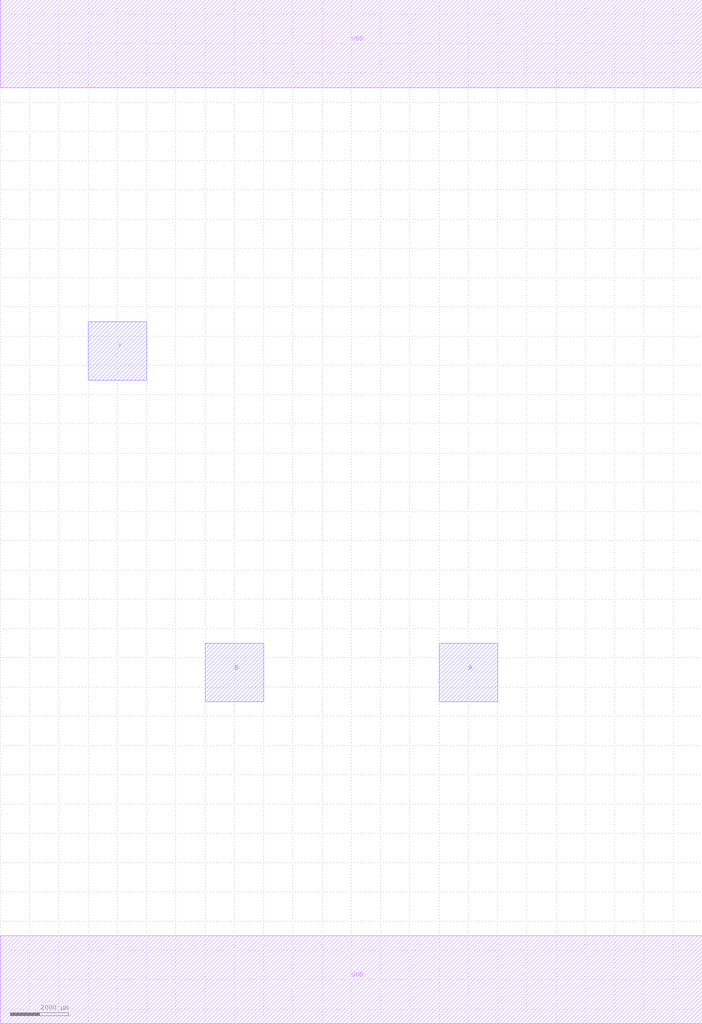
<source format=lef>
MACRO NAND2
 CLASS CORE ;
 ORIGIN 0 0 ;
 FOREIGN NAND2 0 0 ;
 SITE CORE ;
 SYMMETRY X Y R90 ;
  PIN VDD
   DIRECTION INOUT ;
   USE SIGNAL ;
   SHAPE ABUTMENT ;
    PORT
     CLASS CORE ;
       LAYER metal1 ;
        RECT 0.00000000 30500.00000000 24000.00000000 33500.00000000 ;
    END
  END VDD

  PIN GND
   DIRECTION INOUT ;
   USE SIGNAL ;
   SHAPE ABUTMENT ;
    PORT
     CLASS CORE ;
       LAYER metal1 ;
        RECT 0.00000000 -1500.00000000 24000.00000000 1500.00000000 ;
    END
  END GND

  PIN B
   DIRECTION INOUT ;
   USE SIGNAL ;
   SHAPE ABUTMENT ;
    PORT
     CLASS CORE ;
       LAYER metal2 ;
        RECT 7000.00000000 9500.00000000 9000.00000000 11500.00000000 ;
    END
  END B

  PIN A
   DIRECTION INOUT ;
   USE SIGNAL ;
   SHAPE ABUTMENT ;
    PORT
     CLASS CORE ;
       LAYER metal2 ;
        RECT 15000.00000000 9500.00000000 17000.00000000 11500.00000000 ;
    END
  END A

  PIN Y
   DIRECTION INOUT ;
   USE SIGNAL ;
   SHAPE ABUTMENT ;
    PORT
     CLASS CORE ;
       LAYER metal2 ;
        RECT 3000.00000000 20500.00000000 5000.00000000 22500.00000000 ;
    END
  END Y


END NAND2

</source>
